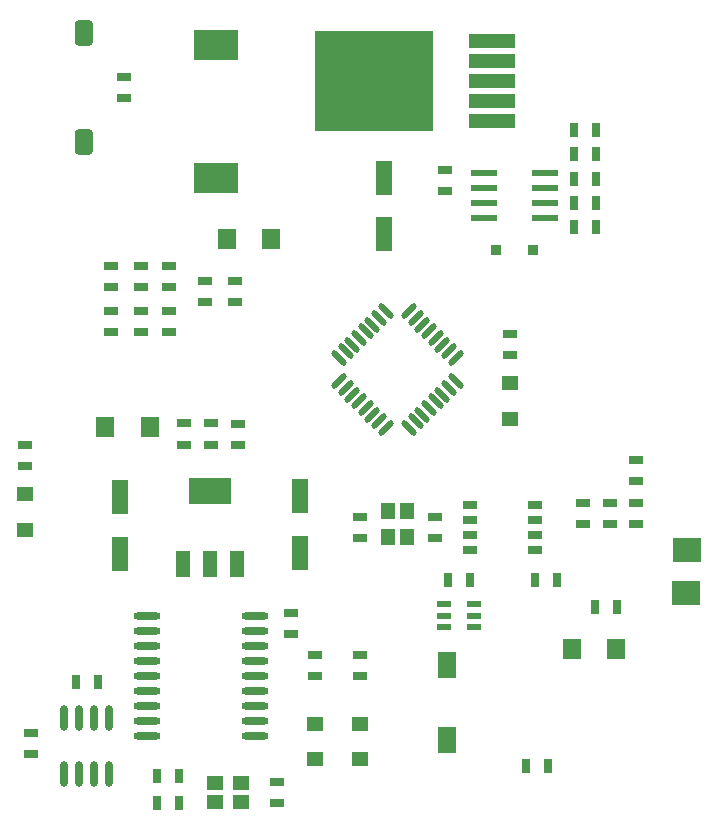
<source format=gtp>
G04 Layer_Color=8421504*
%FSLAX25Y25*%
%MOIN*%
G70*
G01*
G75*
%ADD10R,0.05118X0.02756*%
%ADD11R,0.06300X0.07100*%
%ADD12R,0.04724X0.03150*%
%ADD13R,0.03150X0.04724*%
%ADD14O,0.02362X0.08661*%
%ADD15R,0.05512X0.04724*%
G04:AMPARAMS|DCode=16|XSize=62.99mil|YSize=86.22mil|CornerRadius=15.75mil|HoleSize=0mil|Usage=FLASHONLY|Rotation=0.000|XOffset=0mil|YOffset=0mil|HoleType=Round|Shape=RoundedRectangle|*
%AMROUNDEDRECTD16*
21,1,0.06299,0.05472,0,0,0.0*
21,1,0.03150,0.08622,0,0,0.0*
1,1,0.03150,0.01575,-0.02736*
1,1,0.03150,-0.01575,-0.02736*
1,1,0.03150,-0.01575,0.02736*
1,1,0.03150,0.01575,0.02736*
%
%ADD16ROUNDEDRECTD16*%
%ADD17R,0.05512X0.04724*%
G04:AMPARAMS|DCode=18|XSize=21.65mil|YSize=64.96mil|CornerRadius=0mil|HoleSize=0mil|Usage=FLASHONLY|Rotation=135.000|XOffset=0mil|YOffset=0mil|HoleType=Round|Shape=Round|*
%AMOVALD18*
21,1,0.04331,0.02165,0.00000,0.00000,225.0*
1,1,0.02165,0.01531,0.01531*
1,1,0.02165,-0.01531,-0.01531*
%
%ADD18OVALD18*%

G04:AMPARAMS|DCode=19|XSize=21.65mil|YSize=64.96mil|CornerRadius=0mil|HoleSize=0mil|Usage=FLASHONLY|Rotation=45.000|XOffset=0mil|YOffset=0mil|HoleType=Round|Shape=Round|*
%AMOVALD19*
21,1,0.04331,0.02165,0.00000,0.00000,135.0*
1,1,0.02165,0.01531,-0.01531*
1,1,0.02165,-0.01531,0.01531*
%
%ADD19OVALD19*%

%ADD20O,0.09055X0.02362*%
%ADD21R,0.04724X0.05512*%
%ADD22R,0.06299X0.08661*%
%ADD23R,0.05512X0.11811*%
%ADD24R,0.14173X0.08661*%
%ADD25R,0.04800X0.08800*%
%ADD26R,0.08661X0.02362*%
%ADD27R,0.03543X0.03740*%
%ADD28R,0.02500X0.05000*%
%ADD29R,0.14567X0.09842*%
%ADD30R,0.15748X0.05158*%
%ADD31R,0.39370X0.33465*%
%ADD32R,0.04724X0.02165*%
%ADD59R,0.09600X0.08000*%
D10*
X168173Y101000D02*
D03*
Y96000D02*
D03*
Y106000D02*
D03*
Y111000D02*
D03*
X189827Y101000D02*
D03*
Y96000D02*
D03*
Y106000D02*
D03*
Y111000D02*
D03*
D11*
X61450Y137000D02*
D03*
X46550D02*
D03*
X87050Y199500D02*
D03*
X101950D02*
D03*
X217000Y63000D02*
D03*
X202100D02*
D03*
D12*
X68000Y175500D02*
D03*
Y168414D02*
D03*
X131500Y107000D02*
D03*
Y99914D02*
D03*
X58500Y190543D02*
D03*
Y183457D02*
D03*
Y175543D02*
D03*
Y168457D02*
D03*
X22000Y35043D02*
D03*
Y27957D02*
D03*
X48500Y183457D02*
D03*
Y190543D02*
D03*
Y175543D02*
D03*
Y168457D02*
D03*
X223500Y118957D02*
D03*
Y126043D02*
D03*
Y111543D02*
D03*
Y104457D02*
D03*
X215000D02*
D03*
Y111543D02*
D03*
X53000Y253543D02*
D03*
Y246457D02*
D03*
X131500Y61043D02*
D03*
Y53957D02*
D03*
X80000Y178457D02*
D03*
Y185543D02*
D03*
X116500Y61043D02*
D03*
Y53957D02*
D03*
X90000Y178457D02*
D03*
Y185543D02*
D03*
X181500Y160957D02*
D03*
Y168043D02*
D03*
X108500Y67957D02*
D03*
Y75043D02*
D03*
X104000Y11457D02*
D03*
Y18543D02*
D03*
X156500Y107000D02*
D03*
Y99914D02*
D03*
X68000Y190586D02*
D03*
Y183500D02*
D03*
X206000Y104457D02*
D03*
Y111543D02*
D03*
X160000Y215457D02*
D03*
Y222543D02*
D03*
X73000Y131000D02*
D03*
Y138086D02*
D03*
X82000Y131000D02*
D03*
Y138086D02*
D03*
X91000Y130957D02*
D03*
Y138043D02*
D03*
X20000Y123914D02*
D03*
Y131000D02*
D03*
D13*
X63957Y20500D02*
D03*
X71043D02*
D03*
X36957Y52000D02*
D03*
X44043D02*
D03*
X71043Y11500D02*
D03*
X63957D02*
D03*
X210043Y219500D02*
D03*
X202957D02*
D03*
X210043Y211500D02*
D03*
X202957D02*
D03*
Y203500D02*
D03*
X210043D02*
D03*
Y236000D02*
D03*
X202957D02*
D03*
X210043Y228000D02*
D03*
X202957D02*
D03*
X189957Y86000D02*
D03*
X197043D02*
D03*
X209957Y77000D02*
D03*
X217043D02*
D03*
X194043Y24000D02*
D03*
X186957D02*
D03*
X168043Y86000D02*
D03*
X160957D02*
D03*
D14*
X33000Y21051D02*
D03*
X38000D02*
D03*
X43000D02*
D03*
X48000D02*
D03*
X33000Y39949D02*
D03*
X38000D02*
D03*
X43000D02*
D03*
X48000D02*
D03*
D15*
X131500Y26188D02*
D03*
Y38000D02*
D03*
X116500Y26094D02*
D03*
Y37906D02*
D03*
X181500Y151406D02*
D03*
Y139594D02*
D03*
X20000Y114406D02*
D03*
Y102594D02*
D03*
D16*
X39500Y268091D02*
D03*
Y231909D02*
D03*
D17*
X83169Y11850D02*
D03*
Y18150D02*
D03*
X91831Y11850D02*
D03*
Y18150D02*
D03*
D18*
X124513Y152103D02*
D03*
X126740Y149876D02*
D03*
X128967Y147648D02*
D03*
X131194Y145421D02*
D03*
X133421Y143194D02*
D03*
X135648Y140967D02*
D03*
X137875Y138740D02*
D03*
X140103Y136513D02*
D03*
X163487Y159898D02*
D03*
X161260Y162125D02*
D03*
X159033Y164352D02*
D03*
X156806Y166579D02*
D03*
X154579Y168806D02*
D03*
X152352Y171033D02*
D03*
X150124Y173260D02*
D03*
X147897Y175487D02*
D03*
D19*
Y136513D02*
D03*
X150124Y138740D02*
D03*
X152352Y140967D02*
D03*
X154579Y143194D02*
D03*
X156806Y145421D02*
D03*
X159033Y147648D02*
D03*
X161260Y149876D02*
D03*
X163487Y152103D02*
D03*
X140103Y175487D02*
D03*
X137875Y173260D02*
D03*
X135648Y171033D02*
D03*
X133421Y168806D02*
D03*
X131194Y166579D02*
D03*
X128967Y164352D02*
D03*
X126740Y162125D02*
D03*
X124513Y159898D02*
D03*
D20*
X60587Y74000D02*
D03*
Y69000D02*
D03*
Y64000D02*
D03*
Y59000D02*
D03*
Y54000D02*
D03*
Y49000D02*
D03*
Y44000D02*
D03*
Y39000D02*
D03*
Y34000D02*
D03*
X96413Y74000D02*
D03*
Y69000D02*
D03*
Y64000D02*
D03*
Y59000D02*
D03*
Y54000D02*
D03*
Y49000D02*
D03*
Y44000D02*
D03*
Y39000D02*
D03*
Y34000D02*
D03*
D21*
X140850Y108831D02*
D03*
X147150D02*
D03*
X140850Y100169D02*
D03*
X147150D02*
D03*
D22*
X160500Y32402D02*
D03*
Y57598D02*
D03*
D23*
X51500Y113449D02*
D03*
Y94551D02*
D03*
X111500Y113898D02*
D03*
Y95000D02*
D03*
X139500Y201051D02*
D03*
Y219949D02*
D03*
D24*
X81500Y115701D02*
D03*
D25*
X90600Y91300D02*
D03*
X81500D02*
D03*
X72400D02*
D03*
D26*
X193236Y211500D02*
D03*
X172764D02*
D03*
X193236Y206500D02*
D03*
Y216500D02*
D03*
Y221500D02*
D03*
X172764Y206500D02*
D03*
Y216500D02*
D03*
Y221500D02*
D03*
D27*
X189201Y196000D02*
D03*
X176799D02*
D03*
D28*
X242000Y81500D02*
D03*
X238797D02*
D03*
Y96000D02*
D03*
X242000D02*
D03*
D29*
X83500Y264244D02*
D03*
Y219756D02*
D03*
D30*
X175500Y265500D02*
D03*
Y258807D02*
D03*
Y252114D02*
D03*
Y245421D02*
D03*
Y238728D02*
D03*
D31*
X136130Y252114D02*
D03*
D32*
X169618Y70260D02*
D03*
Y74000D02*
D03*
Y77740D02*
D03*
X159382D02*
D03*
Y70260D02*
D03*
Y74000D02*
D03*
D59*
X240375Y81500D02*
D03*
X240422Y96000D02*
D03*
M02*

</source>
